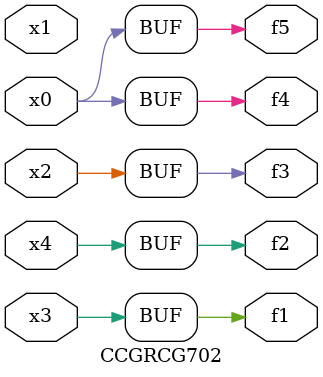
<source format=v>
module CCGRCG702(
	input x0, x1, x2, x3, x4,
	output f1, f2, f3, f4, f5
);
	assign f1 = x3;
	assign f2 = x4;
	assign f3 = x2;
	assign f4 = x0;
	assign f5 = x0;
endmodule

</source>
